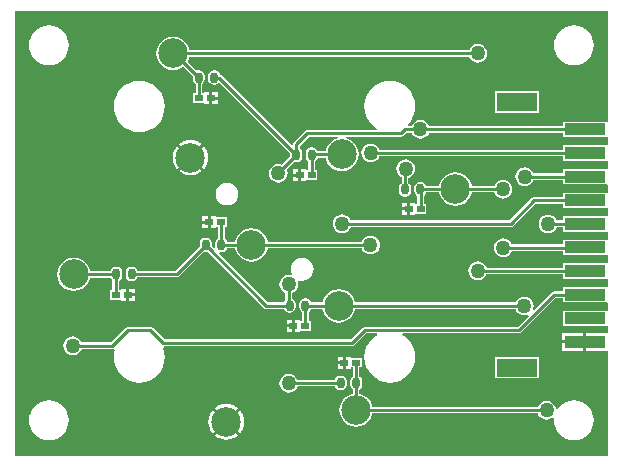
<source format=gbl>
G04 Layer_Physical_Order=2*
G04 Layer_Color=16711680*
%FSLAX25Y25*%
%MOIN*%
G70*
G01*
G75*
%ADD10C,0.01000*%
%ADD11C,0.09843*%
%ADD12C,0.05000*%
G04:AMPARAMS|DCode=13|XSize=28mil|YSize=36mil|CornerRadius=12.6mil|HoleSize=0mil|Usage=FLASHONLY|Rotation=0.000|XOffset=0mil|YOffset=0mil|HoleType=Round|Shape=RoundedRectangle|*
%AMROUNDEDRECTD13*
21,1,0.02800,0.01080,0,0,0.0*
21,1,0.00280,0.03600,0,0,0.0*
1,1,0.02520,0.00140,-0.00540*
1,1,0.02520,-0.00140,-0.00540*
1,1,0.02520,-0.00140,0.00540*
1,1,0.02520,0.00140,0.00540*
%
%ADD13ROUNDEDRECTD13*%
%ADD14R,0.13386X0.05906*%
%ADD15R,0.13386X0.03937*%
%ADD16R,0.02500X0.02000*%
G36*
X-1585Y112815D02*
X-2044Y112716D01*
X-2085Y112716D01*
X-16630D01*
Y111270D01*
X-61257D01*
X-61440Y111711D01*
X-61937Y112359D01*
X-62585Y112856D01*
X-63339Y113168D01*
X-64148Y113275D01*
X-64957Y113168D01*
X-65711Y112856D01*
X-66359Y112359D01*
X-66856Y111711D01*
X-67039Y111270D01*
X-68178D01*
X-68346Y111740D01*
X-68313Y111768D01*
X-67254Y113058D01*
X-66467Y114530D01*
X-65982Y116128D01*
X-65819Y117789D01*
X-65982Y119450D01*
X-66467Y121047D01*
X-67254Y122520D01*
X-68313Y123810D01*
X-69603Y124869D01*
X-71075Y125656D01*
X-72672Y126140D01*
X-74334Y126304D01*
X-75995Y126140D01*
X-77592Y125656D01*
X-79064Y124869D01*
X-80355Y123810D01*
X-81414Y122520D01*
X-82200Y121047D01*
X-82685Y119450D01*
X-82849Y117789D01*
X-82685Y116128D01*
X-82200Y114530D01*
X-81414Y113058D01*
X-80355Y111768D01*
X-79064Y110709D01*
X-78527Y110421D01*
X-78648Y109936D01*
X-101815D01*
X-102244Y109851D01*
X-102608Y109608D01*
X-102608Y109608D01*
X-106293Y105923D01*
X-106536Y105559D01*
X-106622Y105130D01*
X-106622Y105130D01*
Y105061D01*
X-107083Y104870D01*
X-130407Y128193D01*
X-130771Y128436D01*
X-130970Y128476D01*
X-131008Y128666D01*
X-131419Y129281D01*
X-132034Y129692D01*
X-132760Y129836D01*
X-133040D01*
X-133766Y129692D01*
X-134381Y129281D01*
X-134792Y128666D01*
X-134936Y127940D01*
Y126860D01*
X-134792Y126134D01*
X-134381Y125519D01*
X-133766Y125108D01*
X-133040Y124964D01*
X-132760D01*
X-132034Y125108D01*
X-131419Y125519D01*
X-130951Y125565D01*
X-107536Y102150D01*
Y101250D01*
X-110390Y98396D01*
X-110691Y98520D01*
X-111500Y98627D01*
X-112309Y98520D01*
X-113063Y98208D01*
X-113711Y97711D01*
X-114208Y97063D01*
X-114520Y96309D01*
X-114627Y95500D01*
X-114520Y94691D01*
X-114208Y93937D01*
X-113711Y93289D01*
X-113063Y92792D01*
X-112309Y92480D01*
X-111500Y92373D01*
X-110691Y92480D01*
X-109937Y92792D01*
X-109289Y93289D01*
X-108792Y93937D01*
X-108480Y94691D01*
X-108373Y95500D01*
X-108480Y96309D01*
X-108721Y96892D01*
X-106233Y99381D01*
X-105640Y99264D01*
X-105360D01*
X-104634Y99408D01*
X-104019Y99819D01*
X-103608Y100434D01*
X-103464Y101160D01*
Y102240D01*
X-103608Y102966D01*
X-104019Y103581D01*
X-104378Y103821D01*
Y104665D01*
X-101350Y107693D01*
X-91567D01*
X-91535Y107193D01*
X-91782Y107161D01*
X-93125Y106604D01*
X-94279Y105719D01*
X-95164Y104566D01*
X-95720Y103223D01*
X-95762Y102903D01*
X-98436D01*
X-98449Y102966D01*
X-98860Y103581D01*
X-99475Y103992D01*
X-100201Y104136D01*
X-100481D01*
X-101207Y103992D01*
X-101822Y103581D01*
X-102233Y102966D01*
X-102377Y102240D01*
Y101160D01*
X-102233Y100434D01*
X-101822Y99819D01*
X-101522Y99618D01*
Y96500D01*
X-102150D01*
Y96900D01*
X-103900D01*
Y94900D01*
Y92900D01*
X-102150D01*
Y93300D01*
X-98550D01*
Y96500D01*
X-99278D01*
Y99539D01*
X-98860Y99819D01*
X-98449Y100434D01*
X-98404Y100660D01*
X-95762D01*
X-95720Y100340D01*
X-95164Y98997D01*
X-94279Y97844D01*
X-93125Y96959D01*
X-91782Y96402D01*
X-90341Y96213D01*
X-88900Y96402D01*
X-87557Y96959D01*
X-86403Y97844D01*
X-85518Y98997D01*
X-84962Y100340D01*
X-84772Y101781D01*
X-84962Y103223D01*
X-85518Y104566D01*
X-86403Y105719D01*
X-87557Y106604D01*
X-88900Y107161D01*
X-89148Y107193D01*
X-89115Y107693D01*
X-70617D01*
X-70617Y107693D01*
X-70187Y107779D01*
X-69823Y108022D01*
X-68819Y109027D01*
X-67039D01*
X-66856Y108585D01*
X-66359Y107937D01*
X-65711Y107440D01*
X-64957Y107128D01*
X-64148Y107021D01*
X-63339Y107128D01*
X-62585Y107440D01*
X-61937Y107937D01*
X-61440Y108585D01*
X-61257Y109027D01*
X-16630D01*
Y107580D01*
X-2085D01*
X-2044Y107580D01*
X-1585Y107481D01*
Y104941D01*
X-2044Y104842D01*
X-2085Y104842D01*
X-16630D01*
Y103396D01*
X-77798D01*
X-77992Y103863D01*
X-78489Y104511D01*
X-79137Y105008D01*
X-79891Y105320D01*
X-80700Y105427D01*
X-81509Y105320D01*
X-82263Y105008D01*
X-82911Y104511D01*
X-83408Y103863D01*
X-83720Y103109D01*
X-83827Y102300D01*
X-83720Y101491D01*
X-83408Y100737D01*
X-82911Y100089D01*
X-82263Y99592D01*
X-81509Y99280D01*
X-80700Y99173D01*
X-79891Y99280D01*
X-79137Y99592D01*
X-78489Y100089D01*
X-77992Y100737D01*
X-77820Y101153D01*
X-16630D01*
Y99705D01*
X-2085D01*
X-2044Y99705D01*
X-1585Y99607D01*
Y97067D01*
X-2044Y96969D01*
X-2085Y96969D01*
X-16630D01*
Y95522D01*
X-26509D01*
X-26692Y95963D01*
X-27189Y96611D01*
X-27837Y97108D01*
X-28591Y97420D01*
X-29400Y97527D01*
X-30209Y97420D01*
X-30963Y97108D01*
X-31611Y96611D01*
X-32108Y95963D01*
X-32420Y95209D01*
X-32527Y94400D01*
X-32420Y93591D01*
X-32108Y92837D01*
X-31611Y92189D01*
X-30963Y91692D01*
X-30209Y91380D01*
X-29400Y91273D01*
X-28591Y91380D01*
X-27837Y91692D01*
X-27189Y92189D01*
X-26692Y92837D01*
X-26509Y93278D01*
X-16630D01*
Y91831D01*
X-2085D01*
X-2044Y91831D01*
X-1585Y91733D01*
Y89193D01*
X-2044Y89095D01*
X-2085Y89095D01*
X-16630D01*
Y87622D01*
X-26300D01*
X-26300Y87622D01*
X-26729Y87536D01*
X-27093Y87293D01*
X-27093Y87293D01*
X-34565Y79822D01*
X-87409D01*
X-87592Y80263D01*
X-88089Y80911D01*
X-88737Y81408D01*
X-89491Y81720D01*
X-90300Y81827D01*
X-91109Y81720D01*
X-91863Y81408D01*
X-92511Y80911D01*
X-93008Y80263D01*
X-93320Y79509D01*
X-93427Y78700D01*
X-93320Y77891D01*
X-93008Y77137D01*
X-92511Y76489D01*
X-91863Y75992D01*
X-91109Y75680D01*
X-90300Y75573D01*
X-89491Y75680D01*
X-88737Y75992D01*
X-88089Y76489D01*
X-87592Y77137D01*
X-87409Y77578D01*
X-34100D01*
X-34100Y77578D01*
X-33671Y77664D01*
X-33307Y77907D01*
X-25835Y85378D01*
X-16630D01*
Y83957D01*
X-2085D01*
X-2044Y83957D01*
X-1585Y83859D01*
Y81319D01*
X-2044Y81221D01*
X-2085Y81221D01*
X-16630D01*
Y79773D01*
X-18731D01*
X-18892Y80163D01*
X-19389Y80811D01*
X-20037Y81308D01*
X-20791Y81620D01*
X-21600Y81727D01*
X-22409Y81620D01*
X-23163Y81308D01*
X-23811Y80811D01*
X-24308Y80163D01*
X-24620Y79409D01*
X-24727Y78600D01*
X-24620Y77791D01*
X-24308Y77037D01*
X-23811Y76389D01*
X-23163Y75892D01*
X-22409Y75580D01*
X-21600Y75473D01*
X-20791Y75580D01*
X-20037Y75892D01*
X-19389Y76389D01*
X-18892Y77037D01*
X-18688Y77530D01*
X-16630D01*
Y76083D01*
X-2085D01*
X-2044Y76083D01*
X-1585Y75985D01*
Y73445D01*
X-2044Y73347D01*
X-2085Y73347D01*
X-16630D01*
Y71822D01*
X-33609D01*
X-33792Y72263D01*
X-34289Y72911D01*
X-34937Y73408D01*
X-35691Y73720D01*
X-36500Y73827D01*
X-37309Y73720D01*
X-38063Y73408D01*
X-38711Y72911D01*
X-39208Y72263D01*
X-39520Y71509D01*
X-39627Y70700D01*
X-39520Y69891D01*
X-39208Y69137D01*
X-38711Y68489D01*
X-38063Y67992D01*
X-37309Y67680D01*
X-36500Y67573D01*
X-35691Y67680D01*
X-34937Y67992D01*
X-34289Y68489D01*
X-33792Y69137D01*
X-33609Y69578D01*
X-16630D01*
Y68209D01*
X-2085D01*
X-2044Y68209D01*
X-1585Y68111D01*
Y65571D01*
X-2044Y65473D01*
X-2085Y65472D01*
X-16630D01*
Y64025D01*
X-42069D01*
X-42292Y64563D01*
X-42789Y65211D01*
X-43437Y65708D01*
X-44191Y66020D01*
X-45000Y66127D01*
X-45809Y66020D01*
X-46563Y65708D01*
X-47211Y65211D01*
X-47708Y64563D01*
X-48020Y63809D01*
X-48127Y63000D01*
X-48020Y62191D01*
X-47708Y61437D01*
X-47211Y60789D01*
X-46563Y60292D01*
X-45809Y59980D01*
X-45000Y59873D01*
X-44191Y59980D01*
X-43437Y60292D01*
X-42789Y60789D01*
X-42292Y61437D01*
X-42149Y61782D01*
X-16630D01*
Y60335D01*
X-2085D01*
X-2044Y60335D01*
X-1585Y60237D01*
Y57697D01*
X-2044Y57598D01*
X-2085Y57598D01*
X-16630D01*
Y56151D01*
X-19470D01*
X-19899Y56066D01*
X-20263Y55823D01*
X-20263Y55823D01*
X-26181Y49905D01*
X-26605Y50188D01*
X-26480Y50491D01*
X-26373Y51300D01*
X-26480Y52109D01*
X-26792Y52863D01*
X-27289Y53511D01*
X-27937Y54008D01*
X-28691Y54320D01*
X-29500Y54427D01*
X-30309Y54320D01*
X-31063Y54008D01*
X-31711Y53511D01*
X-32208Y52863D01*
X-32381Y52445D01*
X-85964D01*
X-86006Y52765D01*
X-86562Y54108D01*
X-87447Y55261D01*
X-88600Y56146D01*
X-89944Y56703D01*
X-91385Y56893D01*
X-92826Y56703D01*
X-94169Y56146D01*
X-95323Y55261D01*
X-96208Y54108D01*
X-96764Y52765D01*
X-96806Y52445D01*
X-100605D01*
X-100649Y52666D01*
X-101060Y53281D01*
X-101675Y53692D01*
X-102401Y53836D01*
X-102681D01*
X-103407Y53692D01*
X-104022Y53281D01*
X-104433Y52666D01*
X-104577Y51940D01*
Y50860D01*
X-104433Y50134D01*
X-104022Y49519D01*
X-103622Y49251D01*
Y46300D01*
X-104250D01*
Y46700D01*
X-106000D01*
Y44700D01*
Y42700D01*
X-104250D01*
Y43100D01*
X-100650D01*
Y46300D01*
X-101379D01*
Y49306D01*
X-101060Y49519D01*
X-100649Y50134D01*
X-100635Y50202D01*
X-96806D01*
X-96764Y49882D01*
X-96208Y48539D01*
X-95323Y47386D01*
X-94169Y46501D01*
X-92826Y45944D01*
X-91385Y45755D01*
X-89944Y45944D01*
X-88600Y46501D01*
X-87447Y47386D01*
X-86562Y48539D01*
X-86006Y49882D01*
X-85964Y50202D01*
X-32401D01*
X-32208Y49737D01*
X-31711Y49089D01*
X-31063Y48592D01*
X-30309Y48280D01*
X-29500Y48173D01*
X-28691Y48280D01*
X-28388Y48405D01*
X-28105Y47981D01*
X-31718Y44368D01*
X-82651D01*
X-82651Y44368D01*
X-83080Y44282D01*
X-83444Y44039D01*
X-83444Y44039D01*
X-87362Y40122D01*
X-149422D01*
X-153340Y44039D01*
X-153704Y44282D01*
X-154133Y44368D01*
X-154133Y44368D01*
X-161567D01*
X-161567Y44368D01*
X-161997Y44282D01*
X-162361Y44039D01*
X-167278Y39122D01*
X-177109D01*
X-177292Y39563D01*
X-177789Y40211D01*
X-178437Y40708D01*
X-179191Y41020D01*
X-180000Y41127D01*
X-180809Y41020D01*
X-181563Y40708D01*
X-182211Y40211D01*
X-182708Y39563D01*
X-183020Y38809D01*
X-183127Y38000D01*
X-183020Y37191D01*
X-182708Y36437D01*
X-182211Y35789D01*
X-181563Y35292D01*
X-180809Y34980D01*
X-180000Y34873D01*
X-179191Y34980D01*
X-178437Y35292D01*
X-177789Y35789D01*
X-177292Y36437D01*
X-177109Y36878D01*
X-166814D01*
X-166814Y36878D01*
X-166413Y36958D01*
X-166283Y36876D01*
X-165992Y36625D01*
X-166202Y35934D01*
X-166365Y34272D01*
X-166202Y32611D01*
X-165717Y31014D01*
X-164930Y29542D01*
X-163871Y28251D01*
X-162581Y27192D01*
X-161109Y26406D01*
X-159511Y25921D01*
X-157850Y25757D01*
X-156189Y25921D01*
X-154592Y26406D01*
X-153120Y27192D01*
X-151829Y28251D01*
X-150770Y29542D01*
X-149983Y31014D01*
X-149499Y32611D01*
X-149335Y34272D01*
X-149499Y35934D01*
X-149943Y37396D01*
X-149941Y37408D01*
X-149747Y37747D01*
X-149602Y37878D01*
X-86897D01*
X-86897Y37878D01*
X-86468Y37964D01*
X-86104Y38207D01*
X-82186Y42125D01*
X-78648D01*
X-78527Y41640D01*
X-79064Y41352D01*
X-80355Y40293D01*
X-81414Y39003D01*
X-82200Y37531D01*
X-82685Y35934D01*
X-82849Y34272D01*
X-82685Y32611D01*
X-82200Y31014D01*
X-81414Y29542D01*
X-80355Y28251D01*
X-79064Y27192D01*
X-77592Y26406D01*
X-75995Y25921D01*
X-74334Y25757D01*
X-72672Y25921D01*
X-71075Y26406D01*
X-69603Y27192D01*
X-68313Y28251D01*
X-67254Y29542D01*
X-66467Y31014D01*
X-65982Y32611D01*
X-65819Y34272D01*
X-65982Y35934D01*
X-66467Y37531D01*
X-67254Y39003D01*
X-68313Y40293D01*
X-69603Y41352D01*
X-70141Y41640D01*
X-70019Y42125D01*
X-31254D01*
X-31254Y42125D01*
X-30825Y42210D01*
X-30461Y42453D01*
X-19005Y53908D01*
X-16630D01*
Y52461D01*
X-2085D01*
X-2044Y52461D01*
X-1585Y52363D01*
Y49823D01*
X-2044Y49724D01*
X-2085Y49724D01*
X-16630D01*
Y44587D01*
X-2085D01*
X-2044Y44587D01*
X-1585Y44489D01*
Y42818D01*
X-1707Y42369D01*
X-2085Y42369D01*
X-8900D01*
Y39400D01*
Y36432D01*
X-2085D01*
X-1707Y36432D01*
X-1585Y35982D01*
Y1314D01*
X-199342D01*
Y149551D01*
X-1585D01*
Y112815D01*
D02*
G37*
%LPC*%
G36*
X-107000Y46700D02*
X-108750D01*
Y45200D01*
X-107000D01*
Y46700D01*
D02*
G37*
G36*
Y44200D02*
X-108750D01*
Y42700D01*
X-107000D01*
Y44200D01*
D02*
G37*
G36*
X-9900Y38900D02*
X-17093D01*
Y36432D01*
X-9900D01*
Y38900D01*
D02*
G37*
G36*
Y42369D02*
X-17093D01*
Y39900D01*
X-9900D01*
Y42369D01*
D02*
G37*
G36*
X-132350Y81200D02*
X-134100D01*
Y79200D01*
Y77200D01*
X-132350D01*
Y77600D01*
X-131616D01*
Y73752D01*
X-132022Y73481D01*
X-132433Y72866D01*
X-132577Y72140D01*
Y71060D01*
X-132506Y70699D01*
X-132966Y70452D01*
X-133664Y71150D01*
Y72140D01*
X-133808Y72866D01*
X-134219Y73481D01*
X-134834Y73892D01*
X-135560Y74036D01*
X-135840D01*
X-136566Y73892D01*
X-137181Y73481D01*
X-137592Y72866D01*
X-137736Y72140D01*
Y71150D01*
X-145865Y63022D01*
X-158479D01*
X-158508Y63166D01*
X-158919Y63781D01*
X-159534Y64192D01*
X-160260Y64336D01*
X-160540D01*
X-161266Y64192D01*
X-161881Y63781D01*
X-162292Y63166D01*
X-162436Y62440D01*
Y61360D01*
X-162292Y60634D01*
X-161881Y60019D01*
X-161266Y59608D01*
X-160540Y59464D01*
X-160260D01*
X-159534Y59608D01*
X-158919Y60019D01*
X-158508Y60634D01*
X-158479Y60778D01*
X-145400D01*
X-145400Y60778D01*
X-144971Y60864D01*
X-144607Y61107D01*
X-136433Y69281D01*
X-135840Y69164D01*
X-135560D01*
X-134968Y69281D01*
X-116293Y50607D01*
X-116293Y50607D01*
X-115929Y50364D01*
X-115500Y50278D01*
X-109621D01*
X-109592Y50134D01*
X-109181Y49519D01*
X-108566Y49108D01*
X-107840Y48964D01*
X-107560D01*
X-106834Y49108D01*
X-106219Y49519D01*
X-105808Y50134D01*
X-105664Y50860D01*
Y51940D01*
X-105808Y52666D01*
X-106219Y53281D01*
X-106834Y53692D01*
X-106878Y53701D01*
Y55609D01*
X-106437Y55792D01*
X-105789Y56289D01*
X-105292Y56937D01*
X-104980Y57691D01*
X-104873Y58500D01*
X-104980Y59309D01*
X-105070Y59527D01*
X-104687Y59910D01*
X-104543Y59850D01*
X-103565Y59721D01*
X-102586Y59850D01*
X-101673Y60228D01*
X-100890Y60829D01*
X-100289Y61612D01*
X-99911Y62524D01*
X-99783Y63503D01*
X-99911Y64482D01*
X-100289Y65394D01*
X-100890Y66177D01*
X-101673Y66778D01*
X-102586Y67156D01*
X-103565Y67285D01*
X-104543Y67156D01*
X-105456Y66778D01*
X-106239Y66177D01*
X-106840Y65394D01*
X-107218Y64482D01*
X-107346Y63503D01*
X-107218Y62524D01*
X-106992Y61979D01*
X-107050Y61846D01*
X-107352Y61541D01*
X-108000Y61627D01*
X-108809Y61520D01*
X-109563Y61208D01*
X-110211Y60711D01*
X-110708Y60063D01*
X-111020Y59309D01*
X-111127Y58500D01*
X-111020Y57691D01*
X-110708Y56937D01*
X-110211Y56289D01*
X-109563Y55792D01*
X-109122Y55609D01*
Y53321D01*
X-109181Y53281D01*
X-109592Y52666D01*
X-109621Y52522D01*
X-115035D01*
X-131289Y68775D01*
X-131042Y69235D01*
X-130681Y69164D01*
X-130401D01*
X-129675Y69308D01*
X-129060Y69719D01*
X-128649Y70334D01*
X-128611Y70524D01*
X-125898D01*
X-125856Y70205D01*
X-125299Y68862D01*
X-124414Y67708D01*
X-123261Y66823D01*
X-121918Y66267D01*
X-120477Y66077D01*
X-119035Y66267D01*
X-117692Y66823D01*
X-116539Y67708D01*
X-115654Y68862D01*
X-115097Y70205D01*
X-115061Y70478D01*
X-83691D01*
X-83508Y70037D01*
X-83011Y69389D01*
X-82363Y68892D01*
X-81609Y68580D01*
X-80800Y68473D01*
X-79991Y68580D01*
X-79237Y68892D01*
X-78589Y69389D01*
X-78092Y70037D01*
X-77780Y70791D01*
X-77673Y71600D01*
X-77780Y72409D01*
X-78092Y73163D01*
X-78589Y73811D01*
X-79237Y74308D01*
X-79991Y74620D01*
X-80800Y74727D01*
X-81609Y74620D01*
X-82363Y74308D01*
X-83011Y73811D01*
X-83508Y73163D01*
X-83691Y72722D01*
X-115049D01*
X-115097Y73087D01*
X-115654Y74430D01*
X-116539Y75584D01*
X-117692Y76469D01*
X-119035Y77025D01*
X-120477Y77215D01*
X-121918Y77025D01*
X-123261Y76469D01*
X-124414Y75584D01*
X-125299Y74430D01*
X-125856Y73087D01*
X-125898Y72768D01*
X-128629D01*
X-128649Y72866D01*
X-129060Y73481D01*
X-129373Y73690D01*
Y77600D01*
X-128750D01*
Y80800D01*
X-132350D01*
Y81200D01*
D02*
G37*
G36*
X-135100Y78700D02*
X-136850D01*
Y77200D01*
X-135100D01*
Y78700D01*
D02*
G37*
G36*
X-159450Y57000D02*
X-161200D01*
Y55500D01*
X-159450D01*
Y57000D01*
D02*
G37*
G36*
X-179704Y67402D02*
X-181145Y67212D01*
X-182488Y66656D01*
X-183642Y65771D01*
X-184527Y64617D01*
X-185083Y63274D01*
X-185273Y61833D01*
X-185083Y60391D01*
X-184527Y59048D01*
X-183642Y57895D01*
X-182488Y57010D01*
X-181145Y56454D01*
X-179704Y56264D01*
X-178262Y56454D01*
X-176919Y57010D01*
X-175766Y57895D01*
X-174881Y59048D01*
X-174325Y60391D01*
X-174283Y60711D01*
X-167466D01*
X-167451Y60634D01*
X-167040Y60019D01*
X-166822Y59873D01*
Y56600D01*
X-167550D01*
Y53400D01*
X-163950D01*
Y53000D01*
X-162200D01*
Y55000D01*
Y57000D01*
X-163950D01*
Y56600D01*
X-164578D01*
Y59685D01*
X-164078Y60019D01*
X-163667Y60634D01*
X-163523Y61360D01*
Y62440D01*
X-163667Y63166D01*
X-164078Y63781D01*
X-164693Y64192D01*
X-165419Y64336D01*
X-165699D01*
X-166425Y64192D01*
X-167040Y63781D01*
X-167451Y63166D01*
X-167493Y62954D01*
X-174283D01*
X-174325Y63274D01*
X-174881Y64617D01*
X-175766Y65771D01*
X-176919Y66656D01*
X-178262Y67212D01*
X-179704Y67402D01*
D02*
G37*
G36*
X-159450Y54500D02*
X-161200D01*
Y53000D01*
X-159450D01*
Y54500D01*
D02*
G37*
G36*
X-90000Y34400D02*
X-91750D01*
Y32900D01*
X-90000D01*
Y34400D01*
D02*
G37*
G36*
X-128898Y11990D02*
X-132717Y8171D01*
X-132203Y7750D01*
X-131175Y7200D01*
X-130059Y6862D01*
X-128898Y6747D01*
X-127737Y6862D01*
X-126621Y7200D01*
X-125592Y7750D01*
X-125079Y8171D01*
X-128898Y11990D01*
D02*
G37*
G36*
X-133424Y16516D02*
X-133845Y16003D01*
X-134395Y14974D01*
X-134733Y13858D01*
X-134848Y12697D01*
X-134733Y11536D01*
X-134395Y10420D01*
X-133845Y9392D01*
X-133424Y8878D01*
X-129605Y12697D01*
X-133424Y16516D01*
D02*
G37*
G36*
X-187963Y19804D02*
X-189257Y19677D01*
X-190501Y19299D01*
X-191648Y18687D01*
X-192653Y17862D01*
X-193478Y16857D01*
X-194090Y15710D01*
X-194468Y14466D01*
X-194595Y13172D01*
X-194468Y11878D01*
X-194090Y10634D01*
X-193478Y9488D01*
X-192653Y8483D01*
X-191648Y7658D01*
X-190501Y7045D01*
X-189257Y6668D01*
X-187963Y6540D01*
X-186670Y6668D01*
X-185425Y7045D01*
X-184279Y7658D01*
X-183274Y8483D01*
X-182449Y9488D01*
X-181836Y10634D01*
X-181459Y11878D01*
X-181331Y13172D01*
X-181459Y14466D01*
X-181836Y15710D01*
X-182449Y16857D01*
X-183274Y17862D01*
X-184279Y18687D01*
X-185425Y19299D01*
X-186670Y19677D01*
X-187963Y19804D01*
D02*
G37*
G36*
X-87250Y34400D02*
X-89000D01*
Y32400D01*
Y30400D01*
X-87250D01*
Y30800D01*
X-86730D01*
Y27676D01*
X-87022Y27481D01*
X-87433Y26866D01*
X-87577Y26140D01*
Y25060D01*
X-87433Y24334D01*
X-87022Y23719D01*
X-86730Y23524D01*
Y22016D01*
X-87050Y21974D01*
X-88393Y21418D01*
X-89546Y20533D01*
X-90431Y19379D01*
X-90988Y18036D01*
X-91177Y16595D01*
X-90988Y15153D01*
X-90431Y13810D01*
X-89546Y12657D01*
X-88393Y11772D01*
X-87050Y11215D01*
X-85608Y11026D01*
X-84167Y11215D01*
X-82824Y11772D01*
X-81671Y12657D01*
X-80786Y13810D01*
X-80229Y15153D01*
X-80187Y15473D01*
X-25030D01*
X-24808Y14937D01*
X-24311Y14289D01*
X-23663Y13792D01*
X-22909Y13480D01*
X-22100Y13373D01*
X-21291Y13480D01*
X-20537Y13792D01*
X-19996Y14207D01*
X-19623Y14062D01*
X-19517Y13971D01*
X-19595Y13172D01*
X-19468Y11878D01*
X-19091Y10634D01*
X-18478Y9488D01*
X-17653Y8483D01*
X-16648Y7658D01*
X-15501Y7045D01*
X-14257Y6668D01*
X-12963Y6540D01*
X-11670Y6668D01*
X-10425Y7045D01*
X-9279Y7658D01*
X-8274Y8483D01*
X-7449Y9488D01*
X-6836Y10634D01*
X-6459Y11878D01*
X-6331Y13172D01*
X-6459Y14466D01*
X-6836Y15710D01*
X-7449Y16857D01*
X-8274Y17862D01*
X-9279Y18687D01*
X-10425Y19299D01*
X-11670Y19677D01*
X-12963Y19804D01*
X-14257Y19677D01*
X-15501Y19299D01*
X-16648Y18687D01*
X-17653Y17862D01*
X-18478Y16857D01*
X-18508Y16799D01*
X-19025Y16893D01*
X-19080Y17309D01*
X-19392Y18063D01*
X-19889Y18711D01*
X-20537Y19208D01*
X-21291Y19520D01*
X-22100Y19627D01*
X-22909Y19520D01*
X-23663Y19208D01*
X-24311Y18711D01*
X-24808Y18063D01*
X-24952Y17716D01*
X-80187D01*
X-80229Y18036D01*
X-80786Y19379D01*
X-81671Y20533D01*
X-82824Y21418D01*
X-84167Y21974D01*
X-84487Y22016D01*
Y23434D01*
X-84060Y23719D01*
X-83649Y24334D01*
X-83504Y25060D01*
Y26140D01*
X-83649Y26866D01*
X-84060Y27481D01*
X-84487Y27766D01*
Y30800D01*
X-83650D01*
Y34000D01*
X-87250D01*
Y34400D01*
D02*
G37*
G36*
X-124372Y16516D02*
X-128191Y12697D01*
X-124372Y8878D01*
X-123951Y9392D01*
X-123401Y10420D01*
X-123062Y11536D01*
X-122948Y12697D01*
X-123062Y13858D01*
X-123401Y14974D01*
X-123951Y16003D01*
X-124372Y16516D01*
D02*
G37*
G36*
X-24548Y34291D02*
X-39134D01*
Y27186D01*
X-24548D01*
Y34291D01*
D02*
G37*
G36*
X-90000Y31900D02*
X-91750D01*
Y30400D01*
X-90000D01*
Y31900D01*
D02*
G37*
G36*
X-128898Y18647D02*
X-130059Y18533D01*
X-131175Y18194D01*
X-132203Y17644D01*
X-132717Y17223D01*
X-128898Y13404D01*
X-125079Y17223D01*
X-125592Y17644D01*
X-126621Y18194D01*
X-127737Y18533D01*
X-128898Y18647D01*
D02*
G37*
G36*
X-108000Y28627D02*
X-108809Y28520D01*
X-109563Y28208D01*
X-110211Y27711D01*
X-110708Y27063D01*
X-111020Y26309D01*
X-111127Y25500D01*
X-111020Y24691D01*
X-110708Y23937D01*
X-110211Y23289D01*
X-109563Y22792D01*
X-108809Y22480D01*
X-108000Y22373D01*
X-107191Y22480D01*
X-106437Y22792D01*
X-105789Y23289D01*
X-105292Y23937D01*
X-105068Y24478D01*
X-92621D01*
X-92592Y24334D01*
X-92181Y23719D01*
X-91566Y23308D01*
X-90840Y23164D01*
X-90560D01*
X-89834Y23308D01*
X-89219Y23719D01*
X-88808Y24334D01*
X-88664Y25060D01*
Y26140D01*
X-88808Y26866D01*
X-89219Y27481D01*
X-89834Y27892D01*
X-90560Y28036D01*
X-90840D01*
X-91566Y27892D01*
X-92181Y27481D01*
X-92592Y26866D01*
X-92621Y26722D01*
X-105151D01*
X-105292Y27063D01*
X-105789Y27711D01*
X-106437Y28208D01*
X-107191Y28520D01*
X-108000Y28627D01*
D02*
G37*
G36*
X-157850Y126304D02*
X-159511Y126140D01*
X-161109Y125656D01*
X-162581Y124869D01*
X-163871Y123810D01*
X-164930Y122520D01*
X-165717Y121047D01*
X-166202Y119450D01*
X-166365Y117789D01*
X-166202Y116128D01*
X-165717Y114530D01*
X-164930Y113058D01*
X-163871Y111768D01*
X-162581Y110709D01*
X-161109Y109922D01*
X-159511Y109438D01*
X-157850Y109274D01*
X-156189Y109438D01*
X-154592Y109922D01*
X-153120Y110709D01*
X-151829Y111768D01*
X-150770Y113058D01*
X-149983Y114530D01*
X-149499Y116128D01*
X-149335Y117789D01*
X-149499Y119450D01*
X-149983Y121047D01*
X-150770Y122520D01*
X-151829Y123810D01*
X-153120Y124869D01*
X-154592Y125656D01*
X-156189Y126140D01*
X-157850Y126304D01*
D02*
G37*
G36*
X-24548Y122874D02*
X-39134D01*
Y115769D01*
X-24548D01*
Y122874D01*
D02*
G37*
G36*
X-136273Y104556D02*
X-140092Y100738D01*
X-136273Y96919D01*
X-135852Y97432D01*
X-135302Y98461D01*
X-134963Y99577D01*
X-134849Y100738D01*
X-134963Y101898D01*
X-135302Y103015D01*
X-135852Y104043D01*
X-136273Y104556D01*
D02*
G37*
G36*
X-140799Y106687D02*
X-141960Y106573D01*
X-143076Y106235D01*
X-144105Y105685D01*
X-144618Y105263D01*
X-140799Y101445D01*
X-136980Y105263D01*
X-137493Y105685D01*
X-138522Y106235D01*
X-139638Y106573D01*
X-140799Y106687D01*
D02*
G37*
G36*
X-131750Y120100D02*
X-133500D01*
Y118600D01*
X-131750D01*
Y120100D01*
D02*
G37*
G36*
X-12963Y144804D02*
X-14257Y144677D01*
X-15501Y144299D01*
X-16648Y143686D01*
X-17653Y142862D01*
X-18478Y141857D01*
X-19091Y140710D01*
X-19468Y139466D01*
X-19595Y138172D01*
X-19468Y136878D01*
X-19091Y135634D01*
X-18478Y134488D01*
X-17653Y133483D01*
X-16648Y132658D01*
X-15501Y132045D01*
X-14257Y131668D01*
X-12963Y131540D01*
X-11670Y131668D01*
X-10425Y132045D01*
X-9279Y132658D01*
X-8274Y133483D01*
X-7449Y134488D01*
X-6836Y135634D01*
X-6459Y136878D01*
X-6331Y138172D01*
X-6459Y139466D01*
X-6836Y140710D01*
X-7449Y141857D01*
X-8274Y142862D01*
X-9279Y143686D01*
X-10425Y144299D01*
X-11670Y144677D01*
X-12963Y144804D01*
D02*
G37*
G36*
X-146575Y141035D02*
X-148017Y140846D01*
X-149360Y140289D01*
X-150513Y139404D01*
X-151398Y138251D01*
X-151955Y136908D01*
X-152144Y135467D01*
X-151955Y134025D01*
X-151398Y132682D01*
X-150513Y131529D01*
X-149360Y130644D01*
X-148017Y130087D01*
X-146575Y129898D01*
X-145134Y130087D01*
X-143791Y130644D01*
X-143281Y131035D01*
X-140095Y127850D01*
Y126860D01*
X-139951Y126134D01*
X-139540Y125519D01*
X-139121Y125239D01*
Y122200D01*
X-139850D01*
Y119000D01*
X-136250D01*
Y118600D01*
X-134500D01*
Y120600D01*
Y122600D01*
X-136250D01*
Y122200D01*
X-136878D01*
Y125318D01*
X-136578Y125519D01*
X-136167Y126134D01*
X-136023Y126860D01*
Y127940D01*
X-136167Y128666D01*
X-136578Y129281D01*
X-137193Y129692D01*
X-137919Y129836D01*
X-138199D01*
X-138792Y129719D01*
X-141754Y132681D01*
X-141753Y132682D01*
X-141196Y134025D01*
X-141154Y134345D01*
X-47877D01*
X-47708Y133937D01*
X-47211Y133289D01*
X-46563Y132792D01*
X-45809Y132480D01*
X-45000Y132373D01*
X-44191Y132480D01*
X-43437Y132792D01*
X-42789Y133289D01*
X-42292Y133937D01*
X-41980Y134691D01*
X-41873Y135500D01*
X-41980Y136309D01*
X-42292Y137063D01*
X-42789Y137711D01*
X-43437Y138208D01*
X-44191Y138520D01*
X-45000Y138627D01*
X-45809Y138520D01*
X-46563Y138208D01*
X-47211Y137711D01*
X-47708Y137063D01*
X-47905Y136588D01*
X-141154D01*
X-141196Y136908D01*
X-141753Y138251D01*
X-142638Y139404D01*
X-143791Y140289D01*
X-145134Y140846D01*
X-146575Y141035D01*
D02*
G37*
G36*
X-131750Y122600D02*
X-133500D01*
Y121100D01*
X-131750D01*
Y122600D01*
D02*
G37*
G36*
X-187963Y144804D02*
X-189257Y144677D01*
X-190501Y144299D01*
X-191648Y143686D01*
X-192653Y142862D01*
X-193478Y141857D01*
X-194090Y140710D01*
X-194468Y139466D01*
X-194595Y138172D01*
X-194468Y136878D01*
X-194090Y135634D01*
X-193478Y134488D01*
X-192653Y133483D01*
X-191648Y132658D01*
X-190501Y132045D01*
X-189257Y131668D01*
X-187963Y131540D01*
X-186670Y131668D01*
X-185425Y132045D01*
X-184279Y132658D01*
X-183274Y133483D01*
X-182449Y134488D01*
X-181836Y135634D01*
X-181459Y136878D01*
X-181331Y138172D01*
X-181459Y139466D01*
X-181836Y140710D01*
X-182449Y141857D01*
X-183274Y142862D01*
X-184279Y143686D01*
X-185425Y144299D01*
X-186670Y144677D01*
X-187963Y144804D01*
D02*
G37*
G36*
X-145325Y104556D02*
X-145746Y104043D01*
X-146296Y103015D01*
X-146634Y101898D01*
X-146749Y100738D01*
X-146634Y99577D01*
X-146296Y98461D01*
X-145746Y97432D01*
X-145325Y96919D01*
X-141506Y100738D01*
X-145325Y104556D01*
D02*
G37*
G36*
X-68600Y85700D02*
X-70350D01*
Y84200D01*
X-68600D01*
Y85700D01*
D02*
G37*
G36*
X-128620Y92340D02*
X-129598Y92211D01*
X-130510Y91833D01*
X-131294Y91232D01*
X-131895Y90449D01*
X-132273Y89537D01*
X-132401Y88558D01*
X-132273Y87579D01*
X-131895Y86667D01*
X-131294Y85884D01*
X-130510Y85283D01*
X-129598Y84905D01*
X-128620Y84776D01*
X-127641Y84905D01*
X-126728Y85283D01*
X-125945Y85884D01*
X-125344Y86667D01*
X-124966Y87579D01*
X-124838Y88558D01*
X-124966Y89537D01*
X-125344Y90449D01*
X-125945Y91232D01*
X-126728Y91833D01*
X-127641Y92211D01*
X-128620Y92340D01*
D02*
G37*
G36*
X-135100Y81200D02*
X-136850D01*
Y79700D01*
X-135100D01*
Y81200D01*
D02*
G37*
G36*
X-68600Y83200D02*
X-70350D01*
Y81700D01*
X-68600D01*
Y83200D01*
D02*
G37*
G36*
X-69000Y100127D02*
X-69809Y100020D01*
X-70563Y99708D01*
X-71211Y99211D01*
X-71708Y98563D01*
X-72020Y97809D01*
X-72127Y97000D01*
X-72020Y96191D01*
X-71708Y95437D01*
X-71211Y94789D01*
X-70563Y94292D01*
X-70422Y94233D01*
Y92321D01*
X-70781Y92081D01*
X-71192Y91466D01*
X-71336Y90740D01*
Y89660D01*
X-71192Y88934D01*
X-70781Y88319D01*
X-70166Y87908D01*
X-69440Y87764D01*
X-69160D01*
X-68434Y87908D01*
X-67819Y88319D01*
X-67408Y88934D01*
X-67264Y89660D01*
Y90740D01*
X-67408Y91466D01*
X-67819Y92081D01*
X-68178Y92321D01*
Y93985D01*
X-67437Y94292D01*
X-66789Y94789D01*
X-66292Y95437D01*
X-65980Y96191D01*
X-65873Y97000D01*
X-65980Y97809D01*
X-66292Y98563D01*
X-66789Y99211D01*
X-67437Y99708D01*
X-68191Y100020D01*
X-69000Y100127D01*
D02*
G37*
G36*
X-140799Y100031D02*
X-144618Y96212D01*
X-144105Y95790D01*
X-143076Y95241D01*
X-141960Y94902D01*
X-140799Y94788D01*
X-139638Y94902D01*
X-138522Y95241D01*
X-137493Y95790D01*
X-136980Y96212D01*
X-140799Y100031D01*
D02*
G37*
G36*
X-104900Y96900D02*
X-106650D01*
Y95400D01*
X-104900D01*
Y96900D01*
D02*
G37*
G36*
X-52480Y95797D02*
X-53922Y95608D01*
X-55265Y95051D01*
X-56418Y94166D01*
X-57303Y93013D01*
X-57859Y91670D01*
X-57901Y91350D01*
X-62226D01*
X-62249Y91466D01*
X-62660Y92081D01*
X-63275Y92492D01*
X-64001Y92636D01*
X-64281D01*
X-65007Y92492D01*
X-65622Y92081D01*
X-66033Y91466D01*
X-66177Y90740D01*
Y89660D01*
X-66033Y88934D01*
X-65622Y88319D01*
X-65234Y88060D01*
Y85300D01*
X-65850D01*
Y85700D01*
X-67600D01*
Y83700D01*
Y81700D01*
X-65850D01*
Y82100D01*
X-62250D01*
Y85300D01*
X-62991D01*
Y88098D01*
X-62660Y88319D01*
X-62249Y88934D01*
X-62214Y89107D01*
X-57901D01*
X-57859Y88787D01*
X-57303Y87444D01*
X-56418Y86291D01*
X-55265Y85406D01*
X-53922Y84849D01*
X-52480Y84659D01*
X-51039Y84849D01*
X-49696Y85406D01*
X-48542Y86291D01*
X-47657Y87444D01*
X-47101Y88787D01*
X-47059Y89107D01*
X-39503D01*
X-39308Y88637D01*
X-38811Y87989D01*
X-38163Y87492D01*
X-37409Y87180D01*
X-36600Y87073D01*
X-35791Y87180D01*
X-35037Y87492D01*
X-34389Y87989D01*
X-33892Y88637D01*
X-33580Y89391D01*
X-33473Y90200D01*
X-33580Y91009D01*
X-33892Y91763D01*
X-34389Y92411D01*
X-35037Y92908D01*
X-35791Y93220D01*
X-36600Y93327D01*
X-37409Y93220D01*
X-38163Y92908D01*
X-38811Y92411D01*
X-39308Y91763D01*
X-39479Y91350D01*
X-47059D01*
X-47101Y91670D01*
X-47657Y93013D01*
X-48542Y94166D01*
X-49696Y95051D01*
X-51039Y95608D01*
X-52480Y95797D01*
D02*
G37*
G36*
X-104900Y94400D02*
X-106650D01*
Y92900D01*
X-104900D01*
Y94400D01*
D02*
G37*
%LPD*%
D10*
X-138000Y120600D02*
Y127341D01*
X-146126Y135467D02*
X-138059Y127400D01*
X-138000Y127341D01*
X-100259Y101781D02*
X-90341D01*
X-100400Y101641D02*
X-100341Y101700D01*
X-100259Y101781D01*
X-100400Y94900D02*
Y101641D01*
X-64113Y90228D02*
X-52480D01*
X-64113Y83712D02*
X-64100Y83700D01*
X-64113Y83712D02*
Y90228D01*
X-85608Y32292D02*
X-85500Y32400D01*
X-102465Y51324D02*
X-91385D01*
X-102500Y44700D02*
Y51288D01*
X-102465Y51324D01*
X-179704Y61833D02*
X-165626D01*
X-165700Y61759D02*
X-165626Y61833D01*
X-165700Y55000D02*
Y61759D01*
X-130495Y71646D02*
X-120477D01*
X-130495D02*
Y79095D01*
X-130600Y79200D02*
X-130495Y79095D01*
X-29424Y51324D02*
X-29400Y51300D01*
X-29500D02*
X-29400D01*
Y94400D02*
X-9337D01*
X-91385Y51324D02*
X-29424D01*
X-36628Y90228D02*
X-36600Y90200D01*
X-36500Y70700D02*
X-9415D01*
X-9337Y70778D01*
X-52480Y90228D02*
X-36628D01*
X-80674Y102274D02*
X-9337D01*
X-80700Y102300D02*
X-80674Y102274D01*
X-120431Y71600D02*
X-80800D01*
X-120477Y71646D02*
X-120431Y71600D01*
X-90300Y78700D02*
X-34100D01*
X-26300Y86500D01*
X-9363D01*
X-9337Y86526D01*
X-21995Y16595D02*
X-21900Y16500D01*
X-22100D02*
X-21900D01*
X-21600Y78600D02*
X-21548Y78652D01*
X-9337D01*
X-85608Y16595D02*
X-21995D01*
X-85608D02*
Y32292D01*
X-82651Y43246D02*
X-31254D01*
X-19470Y55030D01*
X-9337D01*
X-149887Y39000D02*
X-86897D01*
X-82651Y43246D01*
X-180000Y38000D02*
X-166814D01*
X-154133Y43246D02*
X-149887Y39000D01*
X-166814Y38000D02*
X-161567Y43246D01*
X-154133D01*
X-45033Y135467D02*
X-45000Y135500D01*
Y63000D02*
X-44904Y62904D01*
X-9337D01*
X-146575Y135467D02*
X-146126D01*
X-45033D01*
X-64148Y110148D02*
X-9337D01*
X-69300Y96700D02*
X-69000Y97000D01*
X-69300Y90200D02*
Y96700D01*
X-69283Y110148D02*
X-64148D01*
X-70617Y108815D02*
X-69283Y110148D01*
X-101815Y108815D02*
X-70617D01*
X-105500Y105130D02*
X-101815Y108815D01*
X-105500Y101700D02*
Y105130D01*
X-131200Y127400D02*
X-105500Y101700D01*
X-132900Y127400D02*
X-131200D01*
X-160400Y61900D02*
X-145400D01*
X-135700Y71600D01*
X-115500Y51400D01*
X-107700D01*
X-107900Y25600D02*
X-90700D01*
X-108000Y25500D02*
X-107900Y25600D01*
X-108000Y51700D02*
Y58500D01*
Y51700D02*
X-107700Y51400D01*
X-111500Y95700D02*
X-105500Y101700D01*
X-111500Y95500D02*
Y95700D01*
D11*
X-85608Y16595D02*
D03*
X-146575Y135467D02*
D03*
X-120477Y71646D02*
D03*
X-91385Y51324D02*
D03*
X-140799Y100738D02*
D03*
X-90341Y101781D02*
D03*
X-128898Y12697D02*
D03*
X-52480Y90228D02*
D03*
X-179704Y61833D02*
D03*
D12*
X-29500Y51300D02*
D03*
X-29400Y94400D02*
D03*
X-36600Y90200D02*
D03*
X-36500Y70700D02*
D03*
X-80700Y102300D02*
D03*
X-80800Y71600D02*
D03*
X-90300Y78700D02*
D03*
X-22100Y16500D02*
D03*
X-21600Y78600D02*
D03*
X-180000Y38000D02*
D03*
X-45000Y135500D02*
D03*
Y63000D02*
D03*
X-64148Y110148D02*
D03*
X-69000Y97000D02*
D03*
X-108000Y25500D02*
D03*
Y58500D02*
D03*
X-111500Y95500D02*
D03*
D13*
X-165559Y61900D02*
D03*
X-160400D02*
D03*
X-138059Y127400D02*
D03*
X-132900D02*
D03*
X-64141Y90200D02*
D03*
X-69300D02*
D03*
X-85541Y25600D02*
D03*
X-90700D02*
D03*
X-100341Y101700D02*
D03*
X-105500D02*
D03*
X-102541Y51400D02*
D03*
X-107700D02*
D03*
X-130541Y71600D02*
D03*
X-135700D02*
D03*
D14*
X-31841Y30739D02*
D03*
Y119321D02*
D03*
D15*
X-9337Y110148D02*
D03*
Y102274D02*
D03*
Y94400D02*
D03*
Y86526D02*
D03*
Y78652D02*
D03*
Y70778D02*
D03*
Y62904D02*
D03*
Y55030D02*
D03*
Y47156D02*
D03*
X-9400Y39400D02*
D03*
D16*
X-130600Y79200D02*
D03*
X-134600D02*
D03*
X-102500Y44700D02*
D03*
X-106500D02*
D03*
X-100400Y94900D02*
D03*
X-104400D02*
D03*
X-85500Y32400D02*
D03*
X-89500D02*
D03*
X-64100Y83700D02*
D03*
X-68100D02*
D03*
X-138000Y120600D02*
D03*
X-134000D02*
D03*
X-165700Y55000D02*
D03*
X-161700D02*
D03*
M02*

</source>
